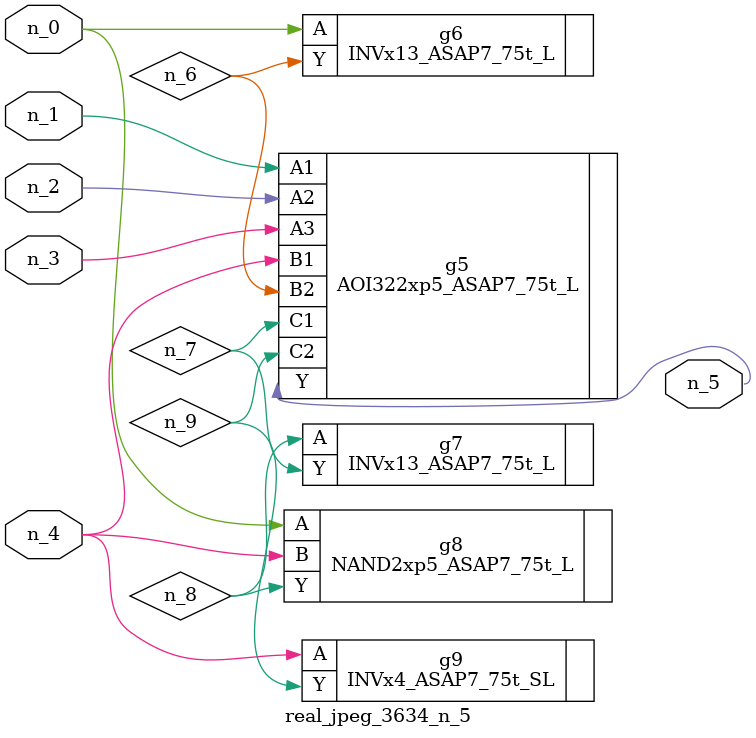
<source format=v>
module real_jpeg_3634_n_5 (n_4, n_0, n_1, n_2, n_3, n_5);

input n_4;
input n_0;
input n_1;
input n_2;
input n_3;

output n_5;

wire n_8;
wire n_6;
wire n_7;
wire n_9;

INVx13_ASAP7_75t_L g6 ( 
.A(n_0),
.Y(n_6)
);

NAND2xp5_ASAP7_75t_L g8 ( 
.A(n_0),
.B(n_4),
.Y(n_8)
);

AOI322xp5_ASAP7_75t_L g5 ( 
.A1(n_1),
.A2(n_2),
.A3(n_3),
.B1(n_4),
.B2(n_6),
.C1(n_7),
.C2(n_9),
.Y(n_5)
);

INVx4_ASAP7_75t_SL g9 ( 
.A(n_4),
.Y(n_9)
);

INVx13_ASAP7_75t_L g7 ( 
.A(n_8),
.Y(n_7)
);


endmodule
</source>
